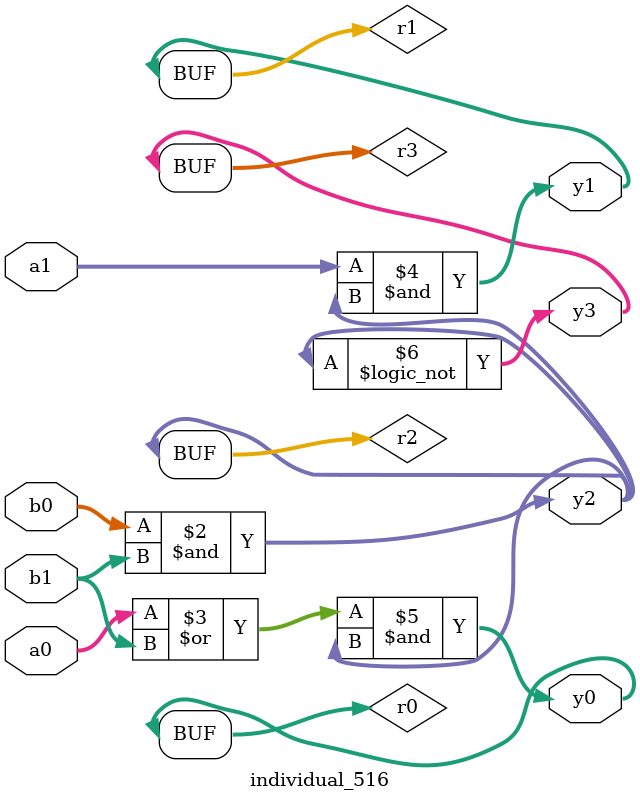
<source format=sv>
module individual_516(input logic [15:0] a1, input logic [15:0] a0, input logic [15:0] b1, input logic [15:0] b0, output logic [15:0] y3, output logic [15:0] y2, output logic [15:0] y1, output logic [15:0] y0);
logic [15:0] r0, r1, r2, r3; 
 always@(*) begin 
	 r0 = a0; r1 = a1; r2 = b0; r3 = b1; 
 	 r2  &=  r3 ;
 	 r0  |=  r3 ;
 	 r1  &=  r2 ;
 	 r0  &=  r2 ;
 	 r3 = ! r2 ;
 	 y3 = r3; y2 = r2; y1 = r1; y0 = r0; 
end
endmodule
</source>
